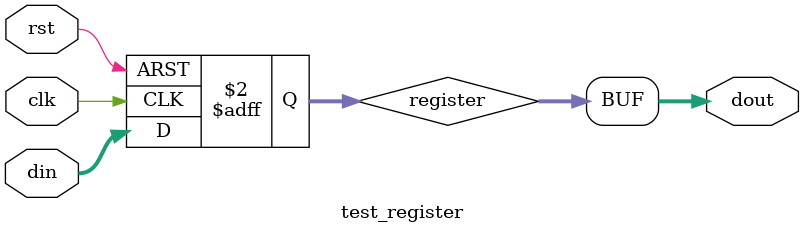
<source format=sv>
/* TEST FOR DECODE REGISTER*/

/*
module test_register (
    input logic     clk,
  input logic [3:0] din,        // Data input
  input logic en,               // Enable signal
  input logic rst,              // Reset signal
  output logic [3:0] dout        // Data output
);

  // Register declaration
  logic [3:0] register;

  // Asynchronous reset
  always_ff @(negedge clk or negedge rst)
    if (rst)
      register <= 4'b0;
    else if (en)
      register <= din;

  // Assign output
  assign dout = register;

endmodule
*/

// Execute register test

module test_register (
    input logic     clk,
    input logic [3:0] din,        // Data input
    input logic rst,              // Reset signal
    output logic [3:0] dout        // Data output
);

  // Register declaration
  logic [3:0] register;

  // Asynchronous reset
  always_ff @(posedge clk or posedge rst)
    if (rst)
      register <= 4'b0;
    else
      register <= din;

  // Assign output
  assign dout = register;

endmodule

</source>
